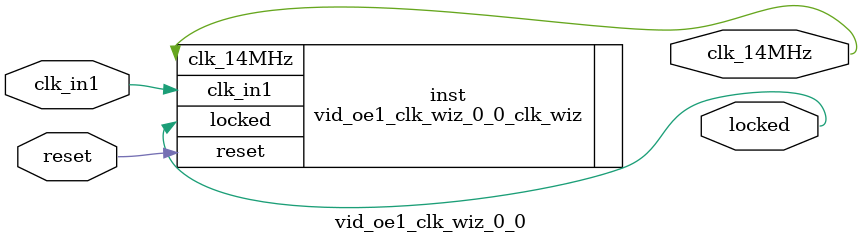
<source format=v>


`timescale 1ps/1ps

(* CORE_GENERATION_INFO = "vid_oe1_clk_wiz_0_0,clk_wiz_v6_0_11_0_0,{component_name=vid_oe1_clk_wiz_0_0,use_phase_alignment=true,use_min_o_jitter=false,use_max_i_jitter=false,use_dyn_phase_shift=false,use_inclk_switchover=false,use_dyn_reconfig=false,enable_axi=0,feedback_source=FDBK_AUTO,PRIMITIVE=MMCM,num_out_clk=1,clkin1_period=12.000,clkin2_period=10.000,use_power_down=false,use_reset=true,use_locked=true,use_inclk_stopped=false,feedback_type=SINGLE,CLOCK_MGR_TYPE=NA,manual_override=false}" *)

module vid_oe1_clk_wiz_0_0 
 (
  // Clock out ports
  output        clk_14MHz,
  // Status and control signals
  input         reset,
  output        locked,
 // Clock in ports
  input         clk_in1
 );

  vid_oe1_clk_wiz_0_0_clk_wiz inst
  (
  // Clock out ports  
  .clk_14MHz(clk_14MHz),
  // Status and control signals               
  .reset(reset), 
  .locked(locked),
 // Clock in ports
  .clk_in1(clk_in1)
  );

endmodule

</source>
